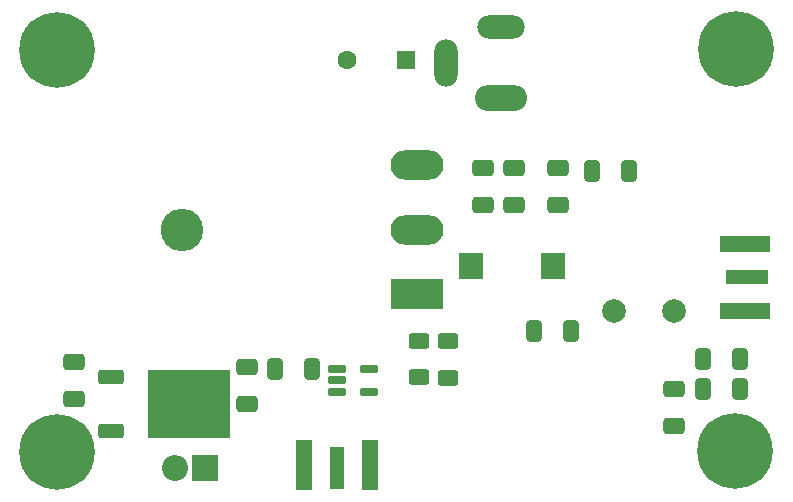
<source format=gbr>
%TF.GenerationSoftware,KiCad,Pcbnew,8.0.0-unknown-202403021604~8dce6c0b67~ubuntu22.04.1*%
%TF.CreationDate,2024-03-03T10:33:34+05:30*%
%TF.ProjectId,HF-PA-v10,48462d50-412d-4763-9130-2e6b69636164,rev?*%
%TF.SameCoordinates,Original*%
%TF.FileFunction,Soldermask,Top*%
%TF.FilePolarity,Negative*%
%FSLAX46Y46*%
G04 Gerber Fmt 4.6, Leading zero omitted, Abs format (unit mm)*
G04 Created by KiCad (PCBNEW 8.0.0-unknown-202403021604~8dce6c0b67~ubuntu22.04.1) date 2024-03-03 10:33:34*
%MOMM*%
%LPD*%
G01*
G04 APERTURE LIST*
G04 Aperture macros list*
%AMRoundRect*
0 Rectangle with rounded corners*
0 $1 Rounding radius*
0 $2 $3 $4 $5 $6 $7 $8 $9 X,Y pos of 4 corners*
0 Add a 4 corners polygon primitive as box body*
4,1,4,$2,$3,$4,$5,$6,$7,$8,$9,$2,$3,0*
0 Add four circle primitives for the rounded corners*
1,1,$1+$1,$2,$3*
1,1,$1+$1,$4,$5*
1,1,$1+$1,$6,$7*
1,1,$1+$1,$8,$9*
0 Add four rect primitives between the rounded corners*
20,1,$1+$1,$2,$3,$4,$5,0*
20,1,$1+$1,$4,$5,$6,$7,0*
20,1,$1+$1,$6,$7,$8,$9,0*
20,1,$1+$1,$8,$9,$2,$3,0*%
G04 Aperture macros list end*
%ADD10RoundRect,0.250000X0.412500X0.650000X-0.412500X0.650000X-0.412500X-0.650000X0.412500X-0.650000X0*%
%ADD11C,2.000000*%
%ADD12C,0.800000*%
%ADD13C,6.400000*%
%ADD14RoundRect,0.250000X-0.650000X0.412500X-0.650000X-0.412500X0.650000X-0.412500X0.650000X0.412500X0*%
%ADD15R,3.600000X1.270000*%
%ADD16R,4.200000X1.350000*%
%ADD17O,4.400000X2.200000*%
%ADD18O,4.000000X2.000000*%
%ADD19O,2.000000X4.000000*%
%ADD20R,1.600000X1.600000*%
%ADD21C,1.600000*%
%ADD22RoundRect,0.250000X0.650000X-0.412500X0.650000X0.412500X-0.650000X0.412500X-0.650000X-0.412500X0*%
%ADD23RoundRect,0.250000X-0.850000X-0.350000X0.850000X-0.350000X0.850000X0.350000X-0.850000X0.350000X0*%
%ADD24RoundRect,0.249997X-3.260003X-2.650003X3.260003X-2.650003X3.260003X2.650003X-3.260003X2.650003X0*%
%ADD25RoundRect,0.250000X-0.412500X-0.650000X0.412500X-0.650000X0.412500X0.650000X-0.412500X0.650000X0*%
%ADD26R,1.270000X3.600000*%
%ADD27R,1.350000X4.200000*%
%ADD28O,3.600000X3.600000*%
%ADD29R,4.500000X2.500000*%
%ADD30O,4.500000X2.500000*%
%ADD31R,2.200000X2.200000*%
%ADD32O,2.200000X2.200000*%
%ADD33RoundRect,0.162500X-0.617500X-0.162500X0.617500X-0.162500X0.617500X0.162500X-0.617500X0.162500X0*%
%ADD34RoundRect,0.250000X-0.625000X0.400000X-0.625000X-0.400000X0.625000X-0.400000X0.625000X0.400000X0*%
%ADD35R,2.050000X2.200000*%
G04 APERTURE END LIST*
D10*
%TO.C,C7*%
X189752500Y-89990000D03*
X186627500Y-89990000D03*
%TD*%
D11*
%TO.C,L4*%
X193440000Y-88320000D03*
X198520000Y-88320000D03*
%TD*%
D12*
%TO.C,H3*%
X143872944Y-100222944D03*
X144575888Y-98525888D03*
X144575888Y-101920000D03*
X146272944Y-97822944D03*
D13*
X146272944Y-100222944D03*
D12*
X146272944Y-102622944D03*
X147970000Y-98525888D03*
X147970000Y-101920000D03*
X148672944Y-100222944D03*
%TD*%
D14*
%TO.C,C17*%
X184930000Y-76230000D03*
X184930000Y-79355000D03*
%TD*%
D15*
%TO.C,RF_OUT1*%
X204677500Y-85460000D03*
D16*
X204477500Y-88285000D03*
X204477500Y-82635000D03*
%TD*%
D14*
%TO.C,C14*%
X188650000Y-76207500D03*
X188650000Y-79332500D03*
%TD*%
D17*
%TO.C,Power1*%
X183850000Y-70312500D03*
D18*
X183850000Y-64312500D03*
D19*
X179150000Y-67312500D03*
%TD*%
D20*
%TO.C,C15*%
X175762651Y-67050000D03*
D21*
X170762651Y-67050000D03*
%TD*%
D22*
%TO.C,C9*%
X162350000Y-96172500D03*
X162350000Y-93047500D03*
%TD*%
D10*
%TO.C,C4*%
X167812500Y-93270000D03*
X164687500Y-93270000D03*
%TD*%
D23*
%TO.C,U1*%
X150805000Y-93895000D03*
D24*
X157415000Y-96175000D03*
D23*
X150805000Y-98455000D03*
%TD*%
D12*
%TO.C,H4*%
X201242944Y-100172944D03*
X201945888Y-98475888D03*
X201945888Y-101870000D03*
X203642944Y-97772944D03*
D13*
X203642944Y-100172944D03*
D12*
X203642944Y-102572944D03*
X205340000Y-98475888D03*
X205340000Y-101870000D03*
X206042944Y-100172944D03*
%TD*%
D25*
%TO.C,C1*%
X200917500Y-92420000D03*
X204042500Y-92420000D03*
%TD*%
D26*
%TO.C,RF_IN1*%
X169945000Y-101580000D03*
D27*
X167120000Y-101380000D03*
X172770000Y-101380000D03*
%TD*%
D28*
%TO.C,Q1*%
X156840000Y-81430000D03*
D29*
X176700000Y-86880000D03*
D30*
X176700000Y-81430000D03*
X176700000Y-75980000D03*
%TD*%
D22*
%TO.C,C3*%
X182350000Y-79352500D03*
X182350000Y-76227500D03*
%TD*%
D31*
%TO.C,D1*%
X158768234Y-101650000D03*
D32*
X156228234Y-101650000D03*
%TD*%
D33*
%TO.C,U2*%
X169980000Y-93242500D03*
X169980000Y-94192500D03*
X169980000Y-95142500D03*
X172680000Y-95142500D03*
X172680000Y-93242500D03*
%TD*%
D25*
%TO.C,C6*%
X191507500Y-76460000D03*
X194632500Y-76460000D03*
%TD*%
D12*
%TO.C,H1*%
X143812944Y-66222944D03*
X144515888Y-64525888D03*
X144515888Y-67920000D03*
X146212944Y-63822944D03*
D13*
X146212944Y-66222944D03*
D12*
X146212944Y-68622944D03*
X147910000Y-64525888D03*
X147910000Y-67920000D03*
X148612944Y-66222944D03*
%TD*%
D25*
%TO.C,C2*%
X200910000Y-94930000D03*
X204035000Y-94930000D03*
%TD*%
D22*
%TO.C,C8*%
X147690000Y-95792500D03*
X147690000Y-92667500D03*
%TD*%
D14*
%TO.C,C10*%
X198490000Y-94907500D03*
X198490000Y-98032500D03*
%TD*%
D12*
%TO.C,H2*%
X201352944Y-66177944D03*
X202055888Y-64480888D03*
X202055888Y-67875000D03*
X203752944Y-63777944D03*
D13*
X203752944Y-66177944D03*
D12*
X203752944Y-68577944D03*
X205450000Y-64480888D03*
X205450000Y-67875000D03*
X206152944Y-66177944D03*
%TD*%
D34*
%TO.C,R2*%
X176930000Y-90850000D03*
X176930000Y-93950000D03*
%TD*%
%TO.C,R3*%
X179370000Y-90880000D03*
X179370000Y-93980000D03*
%TD*%
D35*
%TO.C,L3*%
X188205000Y-84520000D03*
X181255000Y-84520000D03*
%TD*%
M02*

</source>
